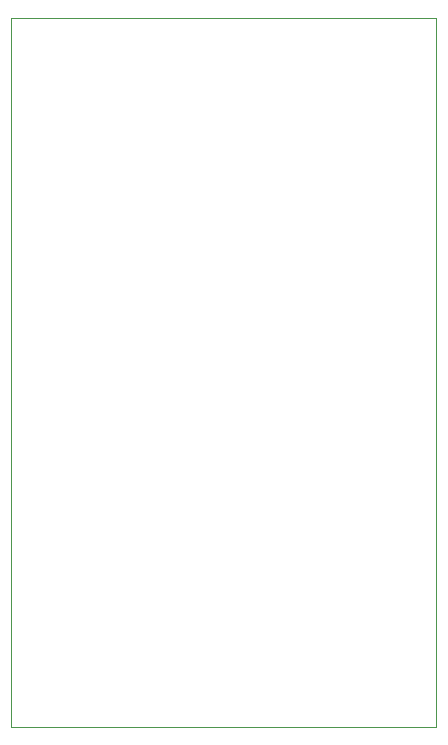
<source format=gm1>
G04 #@! TF.GenerationSoftware,KiCad,Pcbnew,7.0.0*
G04 #@! TF.CreationDate,2023-02-28T23:08:10+01:00*
G04 #@! TF.ProjectId,Signal Generator,5369676e-616c-4204-9765-6e657261746f,0*
G04 #@! TF.SameCoordinates,Original*
G04 #@! TF.FileFunction,Profile,NP*
%FSLAX46Y46*%
G04 Gerber Fmt 4.6, Leading zero omitted, Abs format (unit mm)*
G04 Created by KiCad (PCBNEW 7.0.0) date 2023-02-28 23:08:10*
%MOMM*%
%LPD*%
G01*
G04 APERTURE LIST*
G04 #@! TA.AperFunction,Profile*
%ADD10C,0.100000*%
G04 #@! TD*
G04 APERTURE END LIST*
D10*
X90000000Y-97500000D02*
X126000000Y-97500000D01*
X126000000Y-97500000D02*
X126000000Y-157500000D01*
X126000000Y-157500000D02*
X90000000Y-157500000D01*
X90000000Y-157500000D02*
X90000000Y-97500000D01*
M02*

</source>
